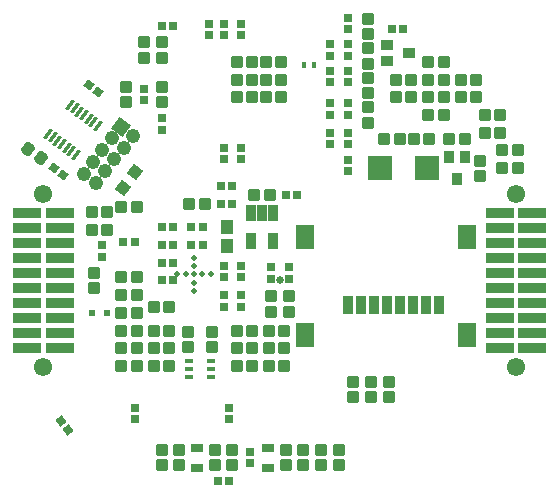
<source format=gbs>
G04*
G04 #@! TF.GenerationSoftware,Altium Limited,Altium Designer,24.4.1 (13)*
G04*
G04 Layer_Color=16711935*
%FSLAX44Y44*%
%MOMM*%
G71*
G04*
G04 #@! TF.SameCoordinates,36E66750-E4A1-4D4F-82B0-1BBA9B0B1F2C*
G04*
G04*
G04 #@! TF.FilePolarity,Negative*
G04*
G01*
G75*
%ADD24R,0.6725X0.7154*%
%ADD28R,0.7154X0.6725*%
G04:AMPARAMS|DCode=60|XSize=1.1mm|YSize=0.95mm|CornerRadius=0.175mm|HoleSize=0mm|Usage=FLASHONLY|Rotation=90.000|XOffset=0mm|YOffset=0mm|HoleType=Round|Shape=RoundedRectangle|*
%AMROUNDEDRECTD60*
21,1,1.1000,0.6000,0,0,90.0*
21,1,0.7500,0.9500,0,0,90.0*
1,1,0.3500,0.3000,0.3750*
1,1,0.3500,0.3000,-0.3750*
1,1,0.3500,-0.3000,-0.3750*
1,1,0.3500,-0.3000,0.3750*
%
%ADD60ROUNDEDRECTD60*%
G04:AMPARAMS|DCode=61|XSize=1.1mm|YSize=0.95mm|CornerRadius=0.175mm|HoleSize=0mm|Usage=FLASHONLY|Rotation=233.000|XOffset=0mm|YOffset=0mm|HoleType=Round|Shape=RoundedRectangle|*
%AMROUNDEDRECTD61*
21,1,1.1000,0.6000,0,0,233.0*
21,1,0.7500,0.9500,0,0,233.0*
1,1,0.3500,-0.4653,-0.1189*
1,1,0.3500,-0.0139,0.4800*
1,1,0.3500,0.4653,0.1189*
1,1,0.3500,0.0139,-0.4800*
%
%ADD61ROUNDEDRECTD61*%
%ADD68C,1.5500*%
%ADD69C,1.2100*%
%ADD70P,1.7112X4X98.0*%
%ADD71C,0.5000*%
%ADD72C,0.6500*%
%ADD85R,1.0000X0.7000*%
G04:AMPARAMS|DCode=86|XSize=0.9779mm|YSize=0.3048mm|CornerRadius=0mm|HoleSize=0mm|Usage=FLASHONLY|Rotation=233.000|XOffset=0mm|YOffset=0mm|HoleType=Round|Shape=Rectangle|*
%AMROTATEDRECTD86*
4,1,4,0.1725,0.4822,0.4160,0.2988,-0.1725,-0.4822,-0.4160,-0.2988,0.1725,0.4822,0.0*
%
%ADD86ROTATEDRECTD86*%

G04:AMPARAMS|DCode=93|XSize=0.7154mm|YSize=0.6725mm|CornerRadius=0mm|HoleSize=0mm|Usage=FLASHONLY|Rotation=127.000|XOffset=0mm|YOffset=0mm|HoleType=Round|Shape=Rectangle|*
%AMROTATEDRECTD93*
4,1,4,0.4838,-0.0833,-0.0533,-0.4880,-0.4838,0.0833,0.0533,0.4880,0.4838,-0.0833,0.0*
%
%ADD93ROTATEDRECTD93*%

%ADD94R,0.8000X0.4000*%
%ADD95R,0.4000X0.5000*%
%ADD96P,1.4142X4X98.0*%
G04:AMPARAMS|DCode=97|XSize=0.7154mm|YSize=0.6725mm|CornerRadius=0mm|HoleSize=0mm|Usage=FLASHONLY|Rotation=143.000|XOffset=0mm|YOffset=0mm|HoleType=Round|Shape=Rectangle|*
%AMROTATEDRECTD97*
4,1,4,0.4880,0.0533,0.0833,-0.4838,-0.4880,-0.0533,-0.0833,0.4838,0.4880,0.0533,0.0*
%
%ADD97ROTATEDRECTD97*%

%ADD99R,1.0121X1.2084*%
%ADD102R,0.9500X1.6500*%
%ADD103R,1.6000X2.1500*%
G04:AMPARAMS|DCode=104|XSize=1.1mm|YSize=0.95mm|CornerRadius=0.175mm|HoleSize=0mm|Usage=FLASHONLY|Rotation=180.000|XOffset=0mm|YOffset=0mm|HoleType=Round|Shape=RoundedRectangle|*
%AMROUNDEDRECTD104*
21,1,1.1000,0.6000,0,0,180.0*
21,1,0.7500,0.9500,0,0,180.0*
1,1,0.3500,-0.3750,0.3000*
1,1,0.3500,0.3750,0.3000*
1,1,0.3500,0.3750,-0.3000*
1,1,0.3500,-0.3750,-0.3000*
%
%ADD104ROUNDEDRECTD104*%
%ADD105R,2.1500X2.1500*%
%ADD106R,0.8500X1.0500*%
%ADD107R,1.0500X0.8500*%
%ADD108R,0.8500X1.4500*%
%ADD109R,0.6300X0.5500*%
%ADD110R,2.3700X0.8900*%
D24*
X-150000Y29786D02*
D03*
Y20214D02*
D03*
X7500Y10994D02*
D03*
Y1423D02*
D03*
X-7500Y10994D02*
D03*
Y1423D02*
D03*
X-115000Y162286D02*
D03*
Y152714D02*
D03*
X57500Y222286D02*
D03*
Y212714D02*
D03*
Y199786D02*
D03*
Y190214D02*
D03*
X42500Y199786D02*
D03*
Y190214D02*
D03*
X57500Y167714D02*
D03*
Y177286D02*
D03*
X42500Y167714D02*
D03*
Y177286D02*
D03*
Y149786D02*
D03*
Y140214D02*
D03*
X57500Y149786D02*
D03*
Y140214D02*
D03*
X42500Y124786D02*
D03*
Y115214D02*
D03*
X57500Y124786D02*
D03*
Y115214D02*
D03*
Y102286D02*
D03*
Y92714D02*
D03*
X-60000Y217286D02*
D03*
Y207714D02*
D03*
X-47500Y217286D02*
D03*
Y207714D02*
D03*
X-32500Y217286D02*
D03*
Y207714D02*
D03*
X-47500Y112286D02*
D03*
Y102714D02*
D03*
X-32496Y112283D02*
D03*
Y102711D02*
D03*
X-100000Y127714D02*
D03*
Y137286D02*
D03*
X-32500Y2714D02*
D03*
Y12286D02*
D03*
X-47500Y2714D02*
D03*
Y12286D02*
D03*
Y-12714D02*
D03*
Y-22286D02*
D03*
X-32500Y-12714D02*
D03*
Y-22286D02*
D03*
X-25000Y-145214D02*
D03*
Y-154786D02*
D03*
X-42500Y-107714D02*
D03*
Y-117286D02*
D03*
X-122500Y-107714D02*
D03*
Y-117286D02*
D03*
D28*
X-132286Y32500D02*
D03*
X-122714D02*
D03*
X95214Y212500D02*
D03*
X104786D02*
D03*
X-99786Y215000D02*
D03*
X-90214D02*
D03*
X-49786Y80000D02*
D03*
X-40214D02*
D03*
X5214Y72500D02*
D03*
X14786D02*
D03*
X-40214Y65000D02*
D03*
X-49786D02*
D03*
X-99786Y15000D02*
D03*
X-90214D02*
D03*
X-99786Y0D02*
D03*
X-90214D02*
D03*
X-90214Y45000D02*
D03*
X-99786D02*
D03*
X-90214Y30000D02*
D03*
X-99786D02*
D03*
X-74786D02*
D03*
X-65214D02*
D03*
X-74786Y45000D02*
D03*
X-65214D02*
D03*
X-42714Y-170000D02*
D03*
X-52286D02*
D03*
D60*
X-106500Y-22500D02*
D03*
X-93500D02*
D03*
X-159000Y42500D02*
D03*
X-146000D02*
D03*
X126000Y185000D02*
D03*
X139000D02*
D03*
X-121000Y62500D02*
D03*
X-134000D02*
D03*
X98500Y155000D02*
D03*
X111500D02*
D03*
X-146000Y57500D02*
D03*
X-159000D02*
D03*
X-63500Y65000D02*
D03*
X-76500D02*
D03*
X1500Y155000D02*
D03*
X-11500D02*
D03*
X-36500D02*
D03*
X-23500D02*
D03*
X-36500Y185000D02*
D03*
X-23500D02*
D03*
X-36500Y170000D02*
D03*
X-23500D02*
D03*
X1500Y185000D02*
D03*
X-11500D02*
D03*
X1500Y170000D02*
D03*
X-11500D02*
D03*
X-9000Y-72500D02*
D03*
X4000D02*
D03*
X4000Y-57500D02*
D03*
X-9000D02*
D03*
X126000Y155000D02*
D03*
X139000D02*
D03*
X139000Y140000D02*
D03*
X126000D02*
D03*
X126500Y120000D02*
D03*
X113500D02*
D03*
X101500D02*
D03*
X88500D02*
D03*
X143500D02*
D03*
X156500D02*
D03*
X98500Y170000D02*
D03*
X111500D02*
D03*
X-23500Y-42500D02*
D03*
X-36500D02*
D03*
X-106500D02*
D03*
X-93500D02*
D03*
X139000Y170000D02*
D03*
X126000D02*
D03*
X166500D02*
D03*
X153500D02*
D03*
X166500Y155000D02*
D03*
X153500D02*
D03*
X186500Y140000D02*
D03*
X173500D02*
D03*
X201500Y95000D02*
D03*
X188500D02*
D03*
X186500Y125000D02*
D03*
X173500D02*
D03*
X201500Y110000D02*
D03*
X188500D02*
D03*
X4000Y-42500D02*
D03*
X-9000D02*
D03*
X-106500Y-57500D02*
D03*
X-93500D02*
D03*
X-23500Y-57500D02*
D03*
X-36500D02*
D03*
X-23500Y-72500D02*
D03*
X-36500D02*
D03*
X-93500D02*
D03*
X-106500D02*
D03*
X-134000D02*
D03*
X-121000D02*
D03*
X-21500Y72500D02*
D03*
X-8500D02*
D03*
X-134000Y-42500D02*
D03*
X-121000D02*
D03*
X-121000Y-57500D02*
D03*
X-134000D02*
D03*
X-121000Y-27500D02*
D03*
X-134000D02*
D03*
X-134000Y2500D02*
D03*
X-121000D02*
D03*
X-134000Y-12500D02*
D03*
X-121000D02*
D03*
D61*
X-212691Y111412D02*
D03*
X-202309Y103588D02*
D03*
D68*
X200000Y-73050D02*
D03*
Y73050D02*
D03*
X-200000Y-73050D02*
D03*
Y73050D02*
D03*
X200000Y-73050D02*
D03*
Y73050D02*
D03*
X-200000Y-73050D02*
D03*
Y73050D02*
D03*
D69*
X-155143Y82072D02*
D03*
X-165286Y89715D02*
D03*
X-147500Y92214D02*
D03*
X-157643Y99857D02*
D03*
X-139857Y102357D02*
D03*
X-150000Y110000D02*
D03*
X-132214Y112500D02*
D03*
X-142357Y120143D02*
D03*
X-124571Y122642D02*
D03*
D70*
X-134714Y130285D02*
D03*
D71*
X-72500Y-9000D02*
D03*
Y-2000D02*
D03*
Y12000D02*
D03*
Y19000D02*
D03*
X-58500Y5000D02*
D03*
X-65500D02*
D03*
X-72500D02*
D03*
X-79500D02*
D03*
X-86500D02*
D03*
D72*
X0Y0D02*
D03*
D85*
X-70000Y-141500D02*
D03*
Y-158500D02*
D03*
X-10000D02*
D03*
Y-141500D02*
D03*
D86*
X-177696Y148853D02*
D03*
X-173702Y145843D02*
D03*
X-169708Y142833D02*
D03*
X-165714Y139823D02*
D03*
X-161719Y136813D02*
D03*
X-157725Y133804D02*
D03*
X-153731Y130794D02*
D03*
X-172304Y106147D02*
D03*
X-176298Y109157D02*
D03*
X-180292Y112167D02*
D03*
X-184286Y115177D02*
D03*
X-188281Y118187D02*
D03*
X-192275Y121196D02*
D03*
X-196269Y124206D02*
D03*
D93*
X-179620Y-126322D02*
D03*
X-185380Y-118678D02*
D03*
D94*
X-58000Y-68500D02*
D03*
Y-75000D02*
D03*
Y-81500D02*
D03*
X-77000D02*
D03*
Y-75000D02*
D03*
Y-68500D02*
D03*
D95*
X21000Y182500D02*
D03*
X29000D02*
D03*
D96*
X-132916Y77812D02*
D03*
X-122084Y92188D02*
D03*
D97*
X-161322Y165380D02*
D03*
X-153678Y159620D02*
D03*
X-183678Y89620D02*
D03*
X-191322Y95380D02*
D03*
D99*
X-45000Y45519D02*
D03*
Y29481D02*
D03*
D102*
X134950Y-20500D02*
D03*
X123950D02*
D03*
X112950D02*
D03*
X101950D02*
D03*
X90950D02*
D03*
X79950D02*
D03*
X68950D02*
D03*
X57950D02*
D03*
D103*
X21250Y-46500D02*
D03*
X158750D02*
D03*
X21250Y36500D02*
D03*
X158750D02*
D03*
D104*
X92500Y-86000D02*
D03*
Y-99000D02*
D03*
X77500Y-99000D02*
D03*
Y-86000D02*
D03*
X75000Y133500D02*
D03*
Y146500D02*
D03*
Y158500D02*
D03*
Y171500D02*
D03*
X7500Y-26500D02*
D03*
Y-13500D02*
D03*
X-7500Y-13500D02*
D03*
Y-26500D02*
D03*
X170000Y88500D02*
D03*
Y101500D02*
D03*
X75000Y196500D02*
D03*
Y183500D02*
D03*
Y208500D02*
D03*
Y221500D02*
D03*
X-100000Y151000D02*
D03*
Y164000D02*
D03*
X-130000Y164000D02*
D03*
Y151000D02*
D03*
X-115000Y201500D02*
D03*
Y188500D02*
D03*
X-100000Y201500D02*
D03*
Y188500D02*
D03*
Y-143500D02*
D03*
Y-156500D02*
D03*
X-57500Y-56500D02*
D03*
Y-43500D02*
D03*
X-77500Y-56500D02*
D03*
Y-43500D02*
D03*
X35000Y-156500D02*
D03*
Y-143500D02*
D03*
X-85000Y-156500D02*
D03*
Y-143500D02*
D03*
X50000Y-143500D02*
D03*
Y-156500D02*
D03*
X-157500Y-6500D02*
D03*
Y6500D02*
D03*
X62500Y-99000D02*
D03*
Y-86000D02*
D03*
X20000Y-156500D02*
D03*
Y-143500D02*
D03*
X5000Y-143500D02*
D03*
Y-156500D02*
D03*
X-40000Y-156500D02*
D03*
Y-143500D02*
D03*
X-55000Y-143500D02*
D03*
Y-156500D02*
D03*
D105*
X125000Y95000D02*
D03*
X85000D02*
D03*
D106*
X143500Y104500D02*
D03*
X156500D02*
D03*
X150000Y85500D02*
D03*
D107*
X90500Y186000D02*
D03*
Y199000D02*
D03*
X109500Y192500D02*
D03*
D108*
X-24500Y57000D02*
D03*
X-15000D02*
D03*
X-5500D02*
D03*
Y33000D02*
D03*
X-24500D02*
D03*
D109*
X-145900Y-27500D02*
D03*
X-159100D02*
D03*
D110*
X213650Y-57150D02*
D03*
Y-44450D02*
D03*
Y-31750D02*
D03*
Y-19050D02*
D03*
Y-6350D02*
D03*
Y6350D02*
D03*
Y19050D02*
D03*
Y31750D02*
D03*
Y44450D02*
D03*
Y57150D02*
D03*
X186350Y-57150D02*
D03*
Y-44450D02*
D03*
Y-31750D02*
D03*
Y-19050D02*
D03*
Y-6350D02*
D03*
Y6350D02*
D03*
Y19050D02*
D03*
Y31750D02*
D03*
Y44450D02*
D03*
Y57150D02*
D03*
X-186350Y-57150D02*
D03*
Y-44450D02*
D03*
Y-31750D02*
D03*
Y-19050D02*
D03*
Y-6350D02*
D03*
Y6350D02*
D03*
Y19050D02*
D03*
Y31750D02*
D03*
Y44450D02*
D03*
Y57150D02*
D03*
X-213650Y-57150D02*
D03*
Y-44450D02*
D03*
Y-31750D02*
D03*
Y-19050D02*
D03*
Y-6350D02*
D03*
Y6350D02*
D03*
Y19050D02*
D03*
Y31750D02*
D03*
Y44450D02*
D03*
Y57150D02*
D03*
M02*

</source>
